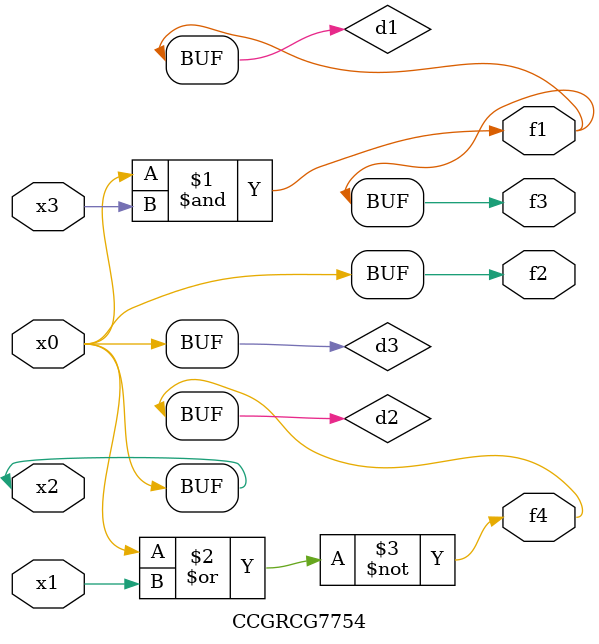
<source format=v>
module CCGRCG7754(
	input x0, x1, x2, x3,
	output f1, f2, f3, f4
);

	wire d1, d2, d3;

	and (d1, x2, x3);
	nor (d2, x0, x1);
	buf (d3, x0, x2);
	assign f1 = d1;
	assign f2 = d3;
	assign f3 = d1;
	assign f4 = d2;
endmodule

</source>
